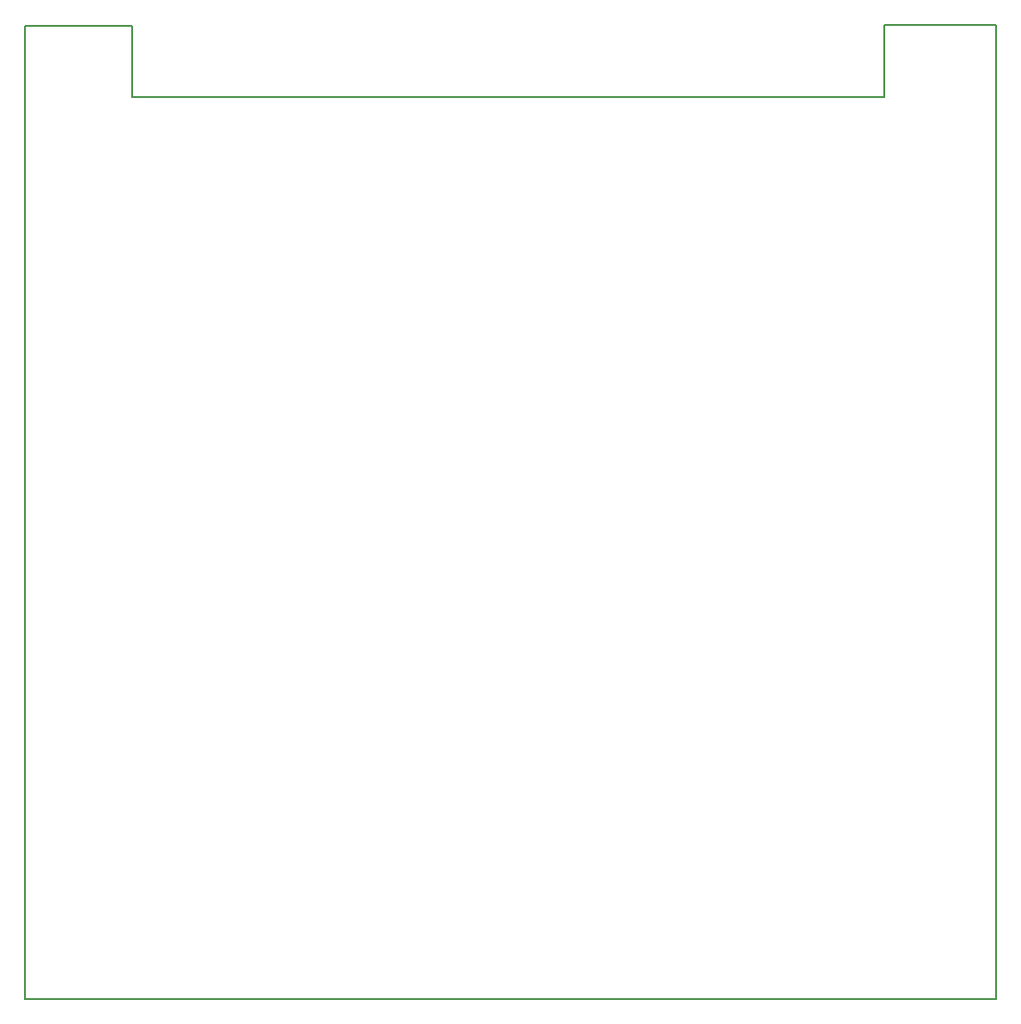
<source format=gm1>
G04 #@! TF.FileFunction,Profile,NP*
%FSLAX46Y46*%
G04 Gerber Fmt 4.6, Leading zero omitted, Abs format (unit mm)*
G04 Created by KiCad (PCBNEW 4.0.6) date 01/14/18 21:20:21*
%MOMM*%
%LPD*%
G01*
G04 APERTURE LIST*
%ADD10C,0.150000*%
G04 APERTURE END LIST*
D10*
X64008000Y-124053600D02*
X64008000Y-123825000D01*
X153009600Y-124053600D02*
X64008000Y-124053600D01*
X153009600Y-34823400D02*
X153009600Y-124053600D01*
X142722600Y-34823400D02*
X153009600Y-34823400D01*
X142722600Y-41478200D02*
X142722600Y-34823400D01*
X73837800Y-41478200D02*
X142722600Y-41478200D01*
X73837800Y-34925000D02*
X73837800Y-41478200D01*
X64008000Y-34925000D02*
X73837800Y-34925000D01*
X64008000Y-123825000D02*
X64008000Y-34925000D01*
M02*

</source>
